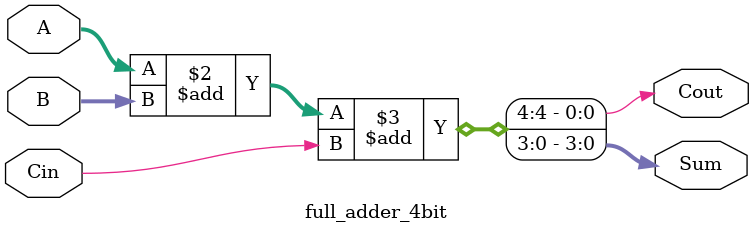
<source format=v>
module full_adder_4bit (
    input [3:0] A,
    input [3:0] B,
    input Cin,
    output reg [3:0] Sum,
    output reg Cout
);

always @(*) begin
    {Cout, Sum} = A + B + Cin;
end

endmodule
</source>
